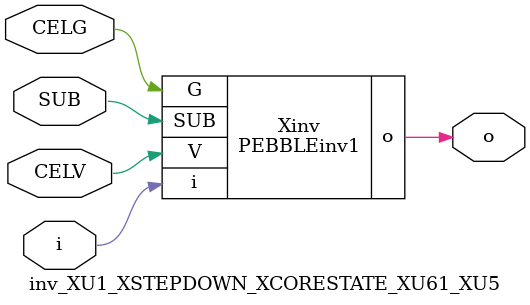
<source format=v>



module PEBBLEinv1 ( o, G, SUB, V, i );

  input V;
  input i;
  input G;
  output o;
  input SUB;
endmodule

//Celera Confidential Do Not Copy inv_XU1_XSTEPDOWN_XCORESTATE_XU61_XU5
//Celera Confidential Symbol Generator
//5V Inverter
module inv_XU1_XSTEPDOWN_XCORESTATE_XU61_XU5 (CELV,CELG,i,o,SUB);
input CELV;
input CELG;
input i;
input SUB;
output o;

//Celera Confidential Do Not Copy inv
PEBBLEinv1 Xinv(
.V (CELV),
.i (i),
.o (o),
.SUB (SUB),
.G (CELG)
);
//,diesize,PEBBLEinv1

//Celera Confidential Do Not Copy Module End
//Celera Schematic Generator
endmodule

</source>
